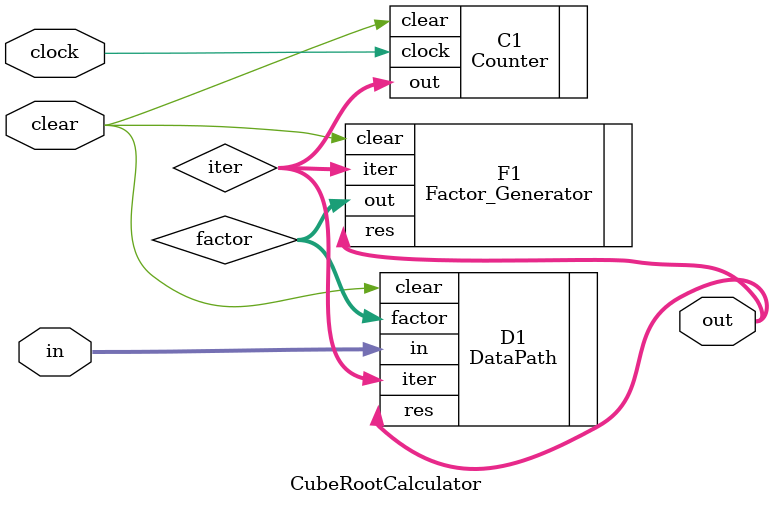
<source format=v>
`include "Counter.v"
`include "DataPath.v"
`include "Factor_Generator.v"

module CubeRootCalculator (out, in, clock, clear);

    input [31:0] in;
    input clock, clear;

    output [10:0] out;

    wire [3:0] iter;
    wire [32:0] factor;

    Counter C1(.out(iter), .clock(clock), .clear(clear));
    Factor_Generator F1(.out(factor), .res(out), .clear(clear), .iter(iter));
    DataPath D1(.res(out), .in(in), .factor(factor), .iter(iter), .clear(clear));

endmodule
</source>
